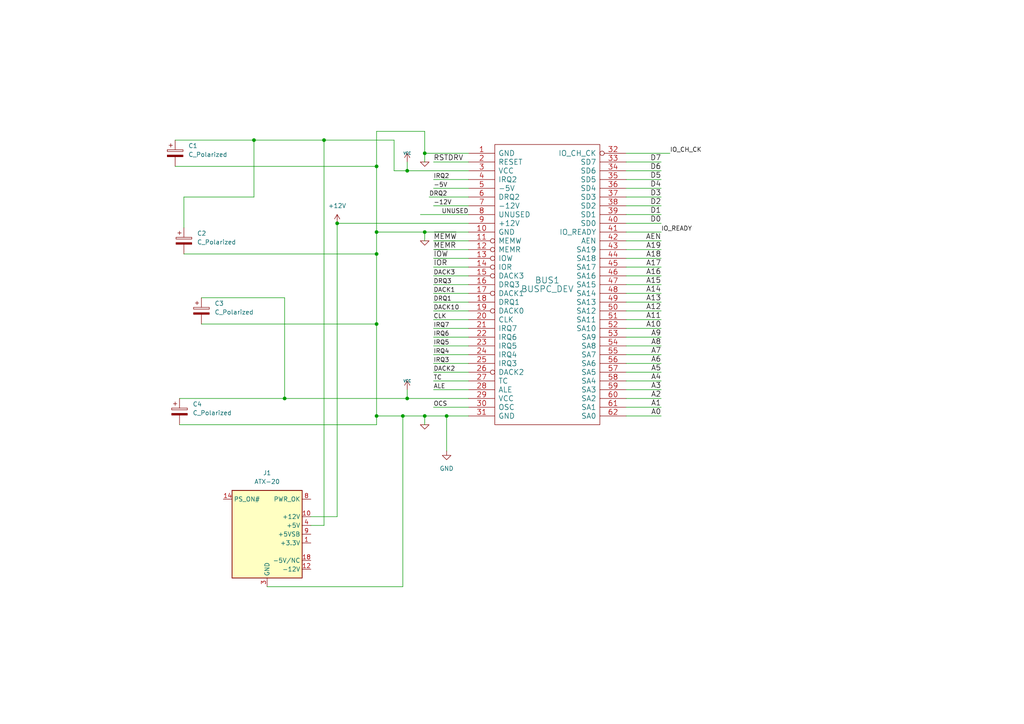
<source format=kicad_sch>
(kicad_sch (version 20250114) (generator "eeschema") (generator_version "9.0")
  (paper "A4")
  (title_block (title "External Rise for Olivetti M19") (date "2025-07-11") (rev "1.1") (company "FOURNIER Ghislain (2025)"))
  (lib_symbols
    (symbol "Connector:ATX-20"
      (property "Reference" "J" (at -8.89 13.97 0))
      (property "Value" "ATX-20" (at 6.35 13.97 0))
      (symbol "ATX-20_0_1"
        (rectangle (start -10.16 12.7) (end 10.16 -12.7) (stroke (width 0.254)) (fill (type background)))
      )
      (symbol "ATX-20_1_1"
        (pin open_collector line (at -12.7 10.16 0) (length 2.54) (name "PS_ON#") (number "14"))
        (pin passive line (at 0 -15.24 90) (length 2.54) (hide yes) (name "GND") (number "13"))
        (pin passive line (at 0 -15.24 90) (length 2.54) (hide yes) (name "GND") (number "15"))
        (pin passive line (at 0 -15.24 90) (length 2.54) (hide yes) (name "GND") (number "16"))
        (pin passive line (at 0 -15.24 90) (length 2.54) (hide yes) (name "GND") (number "17"))
        (pin power_out line (at 0 -15.24 90) (length 2.54) (name "GND") (number "3"))
        (pin passive line (at 0 -15.24 90) (length 2.54) (hide yes) (name "GND") (number "5"))
        (pin passive line (at 0 -15.24 90) (length 2.54) (hide yes) (name "GND") (number "7"))
        (pin output line (at 12.7 10.16 180) (length 2.54) (name "PWR_OK") (number "8"))
        (pin power_out line (at 12.7 5.08 180) (length 2.54) (name "+12V") (number "10"))
        (pin passive line (at 12.7 2.54 180) (length 2.54) (hide yes) (name "+5V") (number "19"))
        (pin passive line (at 12.7 2.54 180) (length 2.54) (hide yes) (name "+5V") (number "20"))
        (pin power_out line (at 12.7 2.54 180) (length 2.54) (name "+5V") (number "4"))
        (pin passive line (at 12.7 2.54 180) (length 2.54) (hide yes) (name "+5V") (number "6"))
        (pin power_out line (at 12.7 0 180) (length 2.54) (name "+5VSB") (number "9"))
        (pin power_out line (at 12.7 -2.54 180) (length 2.54) (name "+3.3V") (number "1"))
        (pin passive line (at 12.7 -2.54 180) (length 2.54) (hide yes) (name "+3.3V") (number "11"))
        (pin passive line (at 12.7 -2.54 180) (length 2.54) (hide yes) (name "+3.3V") (number "2"))
        (pin power_out line (at 12.7 -7.62 180) (length 2.54) (name "-5V/NC") (number "18"))
        (pin power_out line (at 12.7 -10.16 180) (length 2.54) (name "-12V") (number "12"))
      )
    )
    (symbol "Device:C_Polarized" (pin_numbers (hide yes)) (pin_names (offset 0.254))
      (property "Reference" "C" (at 0.635 2.54 0))
      (property "Value" "C_Polarized" (at 0.635 -2.54 0))
      (symbol "C_Polarized_0_1"
        (rectangle (start -2.286 0.508) (end 2.286 1.016))
        (polyline (pts (xy -1.778 2.286) (xy -0.762 2.286)))
        (polyline (pts (xy -1.27 2.794) (xy -1.27 1.778)))
        (rectangle (start 2.286 -0.508) (end -2.286 -1.016) (fill (type outline)))
      )
      (symbol "C_Polarized_1_1"
        (pin passive line (at 0 3.81 270) (length 2.794) (name "~") (number "1"))
        (pin passive line (at 0 -3.81 90) (length 2.794) (name "~") (number "2"))
      )
    )
    (symbol "power:+12V" (power) (pin_numbers (hide yes)) (pin_names (offset 0) (hide yes))
      (property "Value" "+12V" (at 0 3.556 0))
      (symbol "+12V_0_1"
        (polyline (pts (xy -0.762 1.27) (xy 0 2.54)))
        (polyline (pts (xy 0 2.54) (xy 0.762 1.27)))
        (polyline (pts (xy 0 0) (xy 0 2.54)))
      )
      (symbol "+12V_1_1"
        (pin power_in line (at 0 0 90) (length 0) (name "~") (number "1"))
      )
    )
    (symbol "power:GND" (power) (pin_numbers (hide yes)) (pin_names (offset 0) (hide yes))
      (property "Value" "GND" (at 0 -3.81 0))
      (symbol "GND_0_1"
        (polyline (pts (xy 0 0) (xy 0 -1.27) (xy 1.27 -1.27) (xy 0 -2.54) (xy -1.27 -1.27) (xy 0 -1.27)))
      )
      (symbol "GND_1_1"
        (pin power_in line (at 0 0 270) (length 0) (name "~") (number "1"))
      )
    )
    (symbol "power:VCC" (power) (pin_numbers (hide yes)) (pin_names (offset 0) (hide yes))
      (property "Value" "VCC" (at 0 3.556 0))
      (symbol "VCC_0_1"
        (polyline (pts (xy -0.762 1.27) (xy 0 2.54)))
        (polyline (pts (xy 0 2.54) (xy 0.762 1.27)))
        (polyline (pts (xy 0 0) (xy 0 2.54)))
      )
      (symbol "VCC_1_1"
        (pin power_in line (at 0 0 90) (length 0) (name "~") (number "1"))
      )
    )
    (symbol "xt-cf-mini-rescue:BUSPC_DEV-xt-cf-rescue" (pin_names (offset 1.016))
      (property "Reference" "BUS1" (at 0 1.27 0))
      (property "Value" "BUSPC_DEV" (at 0 -1.27 0))
      (symbol "BUSPC_DEV-xt-cf-rescue_0_1"
        (rectangle (start -15.24 -40.64) (end 15.24 40.64))
      )
      (symbol "BUSPC_DEV-xt-cf-rescue_1_1"
        (pin power_out line (at -22.86 38.1 0) (length 7.62) (name "GND") (number "1"))
        (pin output line (at -22.86 35.56 0) (length 7.62) (name "RESET") (number "2"))
        (pin power_out line (at -22.86 33.02 0) (length 7.62) (name "VCC") (number "3"))
        (pin input line (at -22.86 30.48 0) (length 7.62) (name "IRQ2") (number "4"))
        (pin power_out line (at -22.86 27.94 0) (length 7.62) (name "-5V") (number "5"))
        (pin input line (at -22.86 25.4 0) (length 7.62) (name "DRQ2") (number "6"))
        (pin power_out line (at -22.86 22.86 0) (length 7.62) (name "-12V") (number "7"))
        (pin unspecified line (at -22.86 20.32 0) (length 7.62) (name "UNUSED") (number "8"))
        (pin power_out line (at -22.86 17.78 0) (length 7.62) (name "+12V") (number "9"))
        (pin power_in line (at -22.86 15.24 0) (length 7.62) (name "GND") (number "10"))
        (pin output inverted (at -22.86 12.7 0) (length 7.62) (name "MEMW") (number "11"))
        (pin output inverted (at -22.86 10.16 0) (length 7.62) (name "MEMR") (number "12"))
        (pin output inverted (at -22.86 7.62 0) (length 7.62) (name "IOW") (number "13"))
        (pin output inverted (at -22.86 5.08 0) (length 7.62) (name "IOR") (number "14"))
        (pin output inverted (at -22.86 2.54 0) (length 7.62) (name "DACK3") (number "15"))
        (pin input line (at -22.86 0 0) (length 7.62) (name "DRQ3") (number "16"))
        (pin output inverted (at -22.86 -2.54 0) (length 7.62) (name "DACK1") (number "17"))
        (pin input line (at -22.86 -5.08 0) (length 7.62) (name "DRQ1") (number "18"))
        (pin output inverted (at -22.86 -7.62 0) (length 7.62) (name "DACK0") (number "19"))
        (pin output line (at -22.86 -10.16 0) (length 7.62) (name "CLK") (number "20"))
        (pin input line (at -22.86 -12.7 0) (length 7.62) (name "IRQ7") (number "21"))
        (pin input line (at -22.86 -15.24 0) (length 7.62) (name "IRQ6") (number "22"))
        (pin input line (at -22.86 -17.78 0) (length 7.62) (name "IRQ5") (number "23"))
        (pin input line (at -22.86 -20.32 0) (length 7.62) (name "IRQ4") (number "24"))
        (pin input line (at -22.86 -22.86 0) (length 7.62) (name "IRQ3") (number "25"))
        (pin output inverted (at -22.86 -25.4 0) (length 7.62) (name "DACK2") (number "26"))
        (pin output line (at -22.86 -27.94 0) (length 7.62) (name "TC") (number "27"))
        (pin output line (at -22.86 -30.48 0) (length 7.62) (name "ALE") (number "28"))
        (pin power_in line (at -22.86 -33.02 0) (length 7.62) (name "VCC") (number "29"))
        (pin output line (at -22.86 -35.56 0) (length 7.62) (name "OSC") (number "30"))
        (pin power_in line (at -22.86 -38.1 0) (length 7.62) (name "GND") (number "31"))
        (pin input inverted (at 22.86 38.1 180) (length 7.62) (name "IO_CH_CK") (number "32"))
        (pin bidirectional line (at 22.86 35.56 180) (length 7.62) (name "SD7") (number "33"))
        (pin bidirectional line (at 22.86 33.02 180) (length 7.62) (name "SD6") (number "34"))
        (pin bidirectional line (at 22.86 30.48 180) (length 7.62) (name "SD5") (number "35"))
        (pin bidirectional line (at 22.86 27.94 180) (length 7.62) (name "SD4") (number "36"))
        (pin bidirectional line (at 22.86 25.4 180) (length 7.62) (name "SD3") (number "37"))
        (pin bidirectional line (at 22.86 22.86 180) (length 7.62) (name "SD2") (number "38"))
        (pin bidirectional line (at 22.86 20.32 180) (length 7.62) (name "SD1") (number "39"))
        (pin bidirectional line (at 22.86 17.78 180) (length 7.62) (name "SD0") (number "40"))
        (pin input line (at 22.86 15.24 180) (length 7.62) (name "IO_READY") (number "41"))
        (pin output line (at 22.86 12.7 180) (length 7.62) (name "AEN") (number "42"))
        (pin output line (at 22.86 10.16 180) (length 7.62) (name "SA19") (number "43"))
        (pin output line (at 22.86 7.62 180) (length 7.62) (name "SA18") (number "44"))
        (pin output line (at 22.86 5.08 180) (length 7.62) (name "SA17") (number "45"))
        (pin output line (at 22.86 2.54 180) (length 7.62) (name "SA16") (number "46"))
        (pin output line (at 22.86 0 180) (length 7.62) (name "SA15") (number "47"))
        (pin output line (at 22.86 -2.54 180) (length 7.62) (name "SA14") (number "48"))
        (pin output line (at 22.86 -5.08 180) (length 7.62) (name "SA13") (number "49"))
        (pin output line (at 22.86 -7.62 180) (length 7.62) (name "SA12") (number "50"))
        (pin output line (at 22.86 -10.16 180) (length 7.62) (name "SA11") (number "51"))
        (pin output line (at 22.86 -12.7 180) (length 7.62) (name "SA10") (number "52"))
        (pin output line (at 22.86 -15.24 180) (length 7.62) (name "SA9") (number "53"))
        (pin output line (at 22.86 -17.78 180) (length 7.62) (name "SA8") (number "54"))
        (pin output line (at 22.86 -20.32 180) (length 7.62) (name "SA7") (number "55"))
        (pin output line (at 22.86 -22.86 180) (length 7.62) (name "SA6") (number "56"))
        (pin output line (at 22.86 -25.4 180) (length 7.62) (name "SA5") (number "57"))
        (pin output line (at 22.86 -27.94 180) (length 7.62) (name "SA4") (number "58"))
        (pin output line (at 22.86 -30.48 180) (length 7.62) (name "SA3") (number "59"))
        (pin output line (at 22.86 -33.02 180) (length 7.62) (name "SA2") (number "60"))
        (pin output line (at 22.86 -35.56 180) (length 7.62) (name "SA1") (number "61"))
        (pin output line (at 22.86 -38.1 180) (length 7.62) (name "SA0") (number "62"))
      )
    )
    (symbol "xt-cf-mini-rescue:GND-xt-cf-rescue" (power) (pin_names (offset 0))
      (symbol "GND-xt-cf-rescue_0_1"
        (polyline (pts (xy -1.27 0) (xy 0 -1.27) (xy 1.27 0) (xy -1.27 0)))
      )
      (symbol "GND-xt-cf-rescue_1_1"
        (pin power_in line (at 0 0 90) (length 0) (hide yes) (name "GND") (number "1"))
      )
    )
  )
  (junction (at 97.79 64.77))
  (junction (at 82.55 115.57))
  (junction (at 109.22 93.98))
  (junction (at 109.22 48.26))
  (junction (at 93.98 40.64))
  (junction (at 109.22 67.31))
  (junction (at 129.54 120.65))
  (junction (at 123.19 44.45))
  (junction (at 73.66 40.64))
  (junction (at 116.84 120.65))
  (junction (at 123.19 120.65))
  (junction (at 118.11 49.53))
  (junction (at 109.22 120.65))
  (junction (at 109.22 73.66))
  (junction (at 123.19 67.31))
  (junction (at 118.11 115.57))
  (wire (pts (xy 82.55 115.57) (xy 82.55 86.36)))
  (wire (pts (xy 181.61 64.77) (xy 191.77 64.77)))
  (wire (pts (xy 123.19 38.1) (xy 109.22 38.1)))
  (wire (pts (xy 109.22 67.31) (xy 109.22 73.66)))
  (wire (pts (xy 125.73 82.55) (xy 135.89 82.55)))
  (wire (pts (xy 191.77 69.85) (xy 181.61 69.85)))
  (wire (pts (xy 125.73 92.71) (xy 135.89 92.71)))
  (wire (pts (xy 181.61 97.79) (xy 191.77 97.79)))
  (wire (pts (xy 97.79 149.86) (xy 97.79 64.77)))
  (wire (pts (xy 118.11 46.99) (xy 118.11 49.53)))
  (wire (pts (xy 109.22 120.65) (xy 116.84 120.65)))
  (wire (pts (xy 73.66 40.64) (xy 93.98 40.64)))
  (wire (pts (xy 181.61 107.95) (xy 191.77 107.95)))
  (wire (pts (xy 181.61 110.49) (xy 191.77 110.49)))
  (wire (pts (xy 125.73 80.01) (xy 135.89 80.01)))
  (wire (pts (xy 109.22 93.98) (xy 109.22 120.65)))
  (wire (pts (xy 52.07 115.57) (xy 82.55 115.57)))
  (wire (pts (xy 52.07 123.19) (xy 109.22 123.19)))
  (wire (pts (xy 181.61 87.63) (xy 191.77 87.63)))
  (wire (pts (xy 129.54 120.65) (xy 123.19 120.65)))
  (wire (pts (xy 181.61 92.71) (xy 191.77 92.71)))
  (wire (pts (xy 181.61 67.31) (xy 191.77 67.31)))
  (wire (pts (xy 125.73 95.25) (xy 135.89 95.25)))
  (wire (pts (xy 181.61 77.47) (xy 191.77 77.47)))
  (wire (pts (xy 181.61 72.39) (xy 191.77 72.39)))
  (wire (pts (xy 135.89 46.99) (xy 125.73 46.99)))
  (wire (pts (xy 109.22 73.66) (xy 109.22 93.98)))
  (wire (pts (xy 93.98 40.64) (xy 114.3 40.64)))
  (wire (pts (xy 82.55 115.57) (xy 118.11 115.57)))
  (wire (pts (xy 181.61 115.57) (xy 191.77 115.57)))
  (wire (pts (xy 123.19 44.45) (xy 123.19 46.99)))
  (wire (pts (xy 181.61 90.17) (xy 191.77 90.17)))
  (wire (pts (xy 116.84 170.18) (xy 116.84 120.65)))
  (wire (pts (xy 125.73 107.95) (xy 135.89 107.95)))
  (wire (pts (xy 181.61 105.41) (xy 191.77 105.41)))
  (wire (pts (xy 109.22 123.19) (xy 109.22 120.65)))
  (wire (pts (xy 77.47 170.18) (xy 116.84 170.18)))
  (wire (pts (xy 109.22 48.26) (xy 109.22 67.31)))
  (wire (pts (xy 181.61 82.55) (xy 191.77 82.55)))
  (wire (pts (xy 125.73 97.79) (xy 135.89 97.79)))
  (wire (pts (xy 181.61 113.03) (xy 191.77 113.03)))
  (wire (pts (xy 73.66 57.15) (xy 73.66 40.64)))
  (wire (pts (xy 50.8 40.64) (xy 73.66 40.64)))
  (wire (pts (xy 181.61 54.61) (xy 191.77 54.61)))
  (wire (pts (xy 125.73 118.11) (xy 135.89 118.11)))
  (wire (pts (xy 181.61 46.99) (xy 191.77 46.99)))
  (wire (pts (xy 125.73 54.61) (xy 135.89 54.61)))
  (wire (pts (xy 123.19 44.45) (xy 123.19 38.1)))
  (wire (pts (xy 123.19 67.31) (xy 109.22 67.31)))
  (wire (pts (xy 181.61 102.87) (xy 191.77 102.87)))
  (wire (pts (xy 125.73 105.41) (xy 135.89 105.41)))
  (wire (pts (xy 135.89 74.93) (xy 125.73 74.93)))
  (wire (pts (xy 181.61 74.93) (xy 191.77 74.93)))
  (wire (pts (xy 181.61 44.45) (xy 194.31 44.45)))
  (wire (pts (xy 181.61 85.09) (xy 191.77 85.09)))
  (wire (pts (xy 121.92 62.23) (xy 135.89 62.23)))
  (wire (pts (xy 125.73 110.49) (xy 135.89 110.49)))
  (wire (pts (xy 135.89 120.65) (xy 129.54 120.65)))
  (wire (pts (xy 135.89 77.47) (xy 125.73 77.47)))
  (wire (pts (xy 181.61 59.69) (xy 191.77 59.69)))
  (wire (pts (xy 129.54 120.65) (xy 129.54 130.81)))
  (wire (pts (xy 181.61 118.11) (xy 191.77 118.11)))
  (wire (pts (xy 124.46 57.15) (xy 135.89 57.15)))
  (wire (pts (xy 181.61 49.53) (xy 191.77 49.53)))
  (wire (pts (xy 123.19 69.85) (xy 123.19 67.31)))
  (wire (pts (xy 53.34 57.15) (xy 73.66 57.15)))
  (wire (pts (xy 125.73 59.69) (xy 135.89 59.69)))
  (wire (pts (xy 181.61 120.65) (xy 191.77 120.65)))
  (wire (pts (xy 97.79 64.77) (xy 135.89 64.77)))
  (wire (pts (xy 118.11 115.57) (xy 135.89 115.57)))
  (wire (pts (xy 53.34 66.04) (xy 53.34 57.15)))
  (wire (pts (xy 123.19 120.65) (xy 123.19 123.19)))
  (wire (pts (xy 93.98 40.64) (xy 93.98 152.4)))
  (wire (pts (xy 181.61 57.15) (xy 191.77 57.15)))
  (wire (pts (xy 125.73 87.63) (xy 135.89 87.63)))
  (wire (pts (xy 181.61 52.07) (xy 191.77 52.07)))
  (wire (pts (xy 118.11 113.03) (xy 118.11 115.57)))
  (wire (pts (xy 135.89 69.85) (xy 125.73 69.85)))
  (wire (pts (xy 114.3 49.53) (xy 118.11 49.53)))
  (wire (pts (xy 50.8 48.26) (xy 109.22 48.26)))
  (wire (pts (xy 135.89 72.39) (xy 125.73 72.39)))
  (wire (pts (xy 125.73 113.03) (xy 135.89 113.03)))
  (wire (pts (xy 181.61 80.01) (xy 191.77 80.01)))
  (wire (pts (xy 118.11 49.53) (xy 135.89 49.53)))
  (wire (pts (xy 109.22 38.1) (xy 109.22 48.26)))
  (wire (pts (xy 116.84 120.65) (xy 123.19 120.65)))
  (wire (pts (xy 125.73 52.07) (xy 135.89 52.07)))
  (wire (pts (xy 125.73 90.17) (xy 135.89 90.17)))
  (wire (pts (xy 181.61 100.33) (xy 191.77 100.33)))
  (wire (pts (xy 114.3 40.64) (xy 114.3 49.53)))
  (wire (pts (xy 125.73 85.09) (xy 135.89 85.09)))
  (wire (pts (xy 125.73 100.33) (xy 135.89 100.33)))
  (wire (pts (xy 90.17 149.86) (xy 97.79 149.86)))
  (wire (pts (xy 58.42 86.36) (xy 82.55 86.36)))
  (wire (pts (xy 53.34 73.66) (xy 109.22 73.66)))
  (wire (pts (xy 181.61 95.25) (xy 191.77 95.25)))
  (wire (pts (xy 123.19 67.31) (xy 135.89 67.31)))
  (wire (pts (xy 58.42 93.98) (xy 109.22 93.98)))
  (wire (pts (xy 125.73 102.87) (xy 135.89 102.87)))
  (wire (pts (xy 181.61 62.23) (xy 191.77 62.23)))
  (wire (pts (xy 90.17 152.4) (xy 93.98 152.4)))
  (wire (pts (xy 135.89 44.45) (xy 123.19 44.45)))
  (label "~{IOW}" (at 125.73 74.93 0) (effects (font (size 1.524 1.524))))
  (label "-5V" (at 125.73 54.61 0))
  (label "A19" (at 191.77 72.39 180) (effects (font (size 1.524 1.524))))
  (label "UNUSED" (at 135.89 62.23 180))
  (label "IO_CH_CK" (at 194.31 44.45 0))
  (label "D3" (at 191.77 57.15 180) (effects (font (size 1.524 1.524))))
  (label "ALE" (at 125.73 113.03 0))
  (label "A16" (at 191.77 80.01 180) (effects (font (size 1.524 1.524))))
  (label "D7" (at 191.77 46.99 180) (effects (font (size 1.524 1.524))))
  (label "DRQ1" (at 125.73 87.63 0))
  (label "A14" (at 191.77 85.09 180) (effects (font (size 1.524 1.524))))
  (label "A12" (at 191.77 90.17 180) (effects (font (size 1.524 1.524))))
  (label "D2" (at 191.77 59.69 180) (effects (font (size 1.524 1.524))))
  (label "IRQ7" (at 125.73 95.25 0))
  (label "A5" (at 191.77 107.95 180) (effects (font (size 1.524 1.524))))
  (label "A3" (at 191.77 113.03 180) (effects (font (size 1.524 1.524))))
  (label "OCS" (at 125.73 118.11 0))
  (label "DRQ2" (at 124.46 57.15 0))
  (label "A7" (at 191.77 102.87 180) (effects (font (size 1.524 1.524))))
  (label "IRQ3" (at 125.73 105.41 0))
  (label "A4" (at 191.77 110.49 180) (effects (font (size 1.524 1.524))))
  (label "DRQ3" (at 125.73 82.55 0))
  (label "A11" (at 191.77 92.71 180) (effects (font (size 1.524 1.524))))
  (label "A10" (at 191.77 95.25 180) (effects (font (size 1.524 1.524))))
  (label "A9" (at 191.77 97.79 180) (effects (font (size 1.524 1.524))))
  (label "IRQ6" (at 125.73 97.79 0))
  (label "~{MEMR}" (at 125.73 72.39 0) (effects (font (size 1.524 1.524))))
  (label "A6" (at 191.77 105.41 180) (effects (font (size 1.524 1.524))))
  (label "D0" (at 191.77 64.77 180) (effects (font (size 1.524 1.524))))
  (label "IO_READY" (at 191.77 67.31 0))
  (label "D6" (at 191.77 49.53 180) (effects (font (size 1.524 1.524))))
  (label "A18" (at 191.77 74.93 180) (effects (font (size 1.524 1.524))))
  (label "DACK1" (at 125.73 85.09 0))
  (label "A2" (at 191.77 115.57 180) (effects (font (size 1.524 1.524))))
  (label "A0" (at 191.77 120.65 180) (effects (font (size 1.524 1.524))))
  (label "D1" (at 191.77 62.23 180) (effects (font (size 1.524 1.524))))
  (label "RSTDRV" (at 125.73 46.99 0) (effects (font (size 1.524 1.524))))
  (label "IRQ5" (at 125.73 100.33 0))
  (label "DACK3" (at 125.73 80.01 0))
  (label "CLK" (at 125.73 92.71 0))
  (label "AEN" (at 191.77 69.85 180) (effects (font (size 1.524 1.524))))
  (label "D4" (at 191.77 54.61 180) (effects (font (size 1.524 1.524))))
  (label "A8" (at 191.77 100.33 180) (effects (font (size 1.524 1.524))))
  (label "A17" (at 191.77 77.47 180) (effects (font (size 1.524 1.524))))
  (label "~{IOR}" (at 125.73 77.47 0) (effects (font (size 1.524 1.524))))
  (label "-12V" (at 125.73 59.69 0))
  (label "A15" (at 191.77 82.55 180) (effects (font (size 1.524 1.524))))
  (label "IRQ2" (at 125.73 52.07 0))
  (label "IRQ4" (at 125.73 102.87 0))
  (label "TC" (at 125.73 110.49 0))
  (label "~{MEMW}" (at 125.73 69.85 0) (effects (font (size 1.524 1.524))))
  (label "DACK2" (at 125.73 107.95 0))
  (label "DACK10" (at 125.73 90.17 0))
  (label "A1" (at 191.77 118.11 180) (effects (font (size 1.524 1.524))))
  (label "A13" (at 191.77 87.63 180) (effects (font (size 1.524 1.524))))
  (label "D5" (at 191.77 52.07 180) (effects (font (size 1.524 1.524))))
  (symbol (lib_id "xt-cf-mini-rescue:GND-xt-cf-rescue") (at 123.19 69.85 0) (unit 1)
    (property "Reference" "#PWR04" (effects (hide yes)))
    (property "Value" "GND" (effects (hide yes)))
  )
  (symbol (lib_id "power:VCC") (at 118.11 46.99 0) (unit 1)
    (property "Reference" "#PWR01" (effects (hide yes)))
    (property "Value" "VCC" (at 118.11 44.45 0) (effects (font (size 0.762 0.762))))
  )
  (symbol (lib_id "Connector:ATX-20") (at 77.47 154.94 0) (unit 1)
    (property "Reference" "J1" (at 77.47 137.16 0))
    (property "Value" "ATX-20" (at 77.47 139.7 0))
    (property "Datasheet" "https://web.aub.edu.lb/pub/docs/atx_201.pdf#page=20" (effects (hide yes)))
    (property "Description" "ATX Power supply 20pins" (effects (hide yes)))
  )
  (symbol (lib_id "power:VCC") (at 118.11 113.03 0) (unit 1)
    (property "Reference" "#PWR02" (effects (hide yes)))
    (property "Value" "VCC" (at 118.11 110.49 0) (effects (font (size 0.762 0.762))))
  )
  (symbol (lib_id "Device:C_Polarized") (at 50.8 44.45 0) (unit 1)
    (property "Reference" "C1" (at 54.61 42.2909 0) (effects (justify left)))
    (property "Value" "C_Polarized" (at 54.61 44.8309 0) (effects (justify left)))
    (property "Description" "Polarized capacitor" (effects (hide yes)))
  )
  (symbol (lib_id "Device:C_Polarized") (at 58.42 90.17 0) (unit 1)
    (property "Reference" "C3" (at 62.23 88.0109 0) (effects (justify left)))
    (property "Value" "C_Polarized" (at 62.23 90.5509 0) (effects (justify left)))
    (property "Description" "Polarized capacitor" (effects (hide yes)))
  )
  (symbol (lib_id "Device:C_Polarized") (at 52.07 119.38 0) (unit 1)
    (property "Reference" "C4" (at 55.88 117.2209 0) (effects (justify left)))
    (property "Value" "C_Polarized" (at 55.88 119.7609 0) (effects (justify left)))
    (property "Description" "Polarized capacitor" (effects (hide yes)))
  )
  (symbol (lib_id "xt-cf-mini-rescue:GND-xt-cf-rescue") (at 123.19 46.99 0) (unit 1)
    (property "Reference" "#PWR03" (effects (hide yes)))
    (property "Value" "GND" (effects (hide yes)))
  )
  (symbol (lib_id "xt-cf-mini-rescue:BUSPC_DEV-xt-cf-rescue") (at 158.75 82.55 0) (unit 1)
    (property "Reference" "BUS1" (at 158.75 81.28 0) (effects (font (size 1.778 1.778))))
    (property "Value" "BUSPC_DEV" (at 158.75 83.82 0) (effects (font (size 1.778 1.778))))
    (property "Footprint" "Custom:ISA-8BIT-XT-CF" (effects (hide yes)))
  )
  (symbol (lib_id "Device:C_Polarized") (at 53.34 69.85 0) (unit 1)
    (property "Reference" "C2" (at 57.15 67.6909 0) (effects (justify left)))
    (property "Value" "C_Polarized" (at 57.15 70.2309 0) (effects (justify left)))
    (property "Description" "Polarized capacitor" (effects (hide yes)))
  )
  (symbol (lib_id "power:+12V") (at 97.79 64.77 0) (unit 1)
    (property "Reference" "#PWR08" (effects (hide yes)))
    (property "Value" "+12V" (at 97.79 59.69 0))
    (property "Description" "Power symbol creates a global label with name \"+12V\"" (effects (hide yes)))
  )
  (symbol (lib_id "power:GND") (at 129.54 130.81 0) (unit 1)
    (property "Reference" "#PWR06" (effects (hide yes)))
    (property "Value" "GND" (at 129.54 135.89 0))
    (property "Description" "Power symbol creates a global label with name \"GND\" , ground" (effects (hide yes)))
  )
  (symbol (lib_id "xt-cf-mini-rescue:GND-xt-cf-rescue") (at 123.19 123.19 0) (unit 1)
    (property "Reference" "#PWR05" (effects (hide yes)))
    (property "Value" "GND" (effects (hide yes)))
  )
)
</source>
